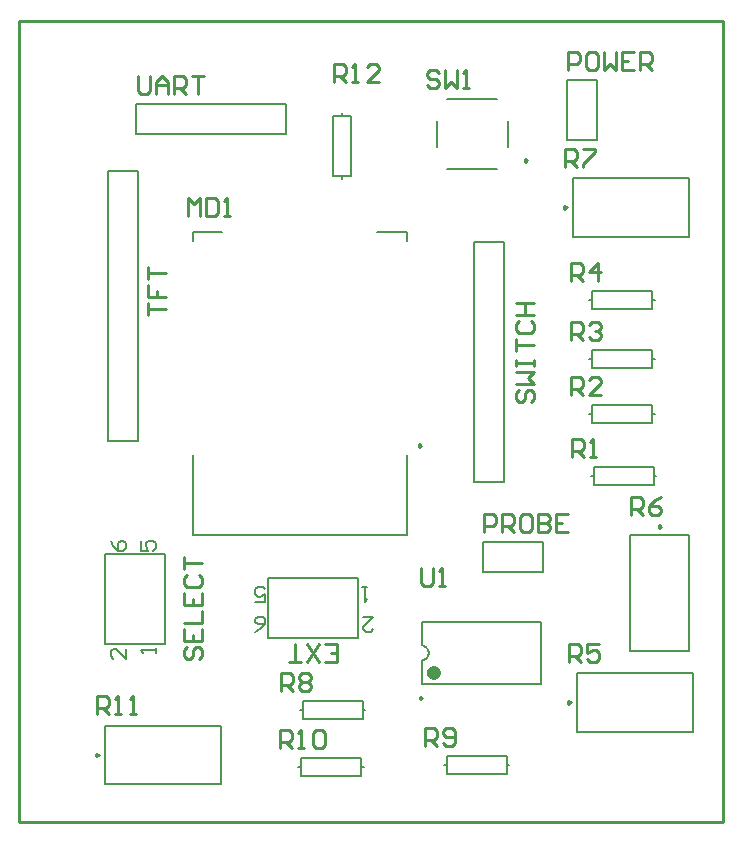
<source format=gto>
G04*
G04 #@! TF.GenerationSoftware,Altium Limited,Altium Designer,22.10.1 (41)*
G04*
G04 Layer_Color=65535*
%FSLAX25Y25*%
%MOIN*%
G70*
G04*
G04 #@! TF.SameCoordinates,1A4408B6-C678-4EC5-8732-532A1CECFF35*
G04*
G04*
G04 #@! TF.FilePolarity,Positive*
G04*
G01*
G75*
%ADD10C,0.00984*%
%ADD11C,0.00787*%
%ADD12C,0.02362*%
%ADD13C,0.00800*%
%ADD14C,0.01000*%
D10*
X417906Y395642D02*
X417167Y396068D01*
Y395216D01*
X417906Y395642D01*
X382354Y300563D02*
X381616Y300989D01*
Y300137D01*
X382354Y300563D01*
X462492Y273547D02*
X461754Y273973D01*
Y273121D01*
X462492Y273547D01*
X432288Y215000D02*
X431549Y215426D01*
Y214574D01*
X432288Y215000D01*
X430945Y380000D02*
X430207Y380426D01*
Y379574D01*
X430945Y380000D01*
X382874Y216500D02*
X382136Y216926D01*
Y216074D01*
X382874Y216500D01*
X274945Y197500D02*
X274207Y197926D01*
Y197074D01*
X274945Y197500D01*
D11*
X382618Y229000D02*
X383575Y229190D01*
X384386Y229732D01*
X384928Y230543D01*
X385118Y231500D01*
X384928Y232457D01*
X384386Y233268D01*
X383575Y233810D01*
X382618Y234000D01*
X331500Y236500D02*
Y256500D01*
X361500Y236500D02*
Y256500D01*
X331500Y236500D02*
X361500D01*
X331500Y256500D02*
X361500D01*
X331500D02*
X350667D01*
X391232Y416291D02*
X407783D01*
X391232Y392709D02*
X407783D01*
X387709Y400055D02*
Y408831D01*
X411291Y400055D02*
Y408945D01*
X277000Y264500D02*
X297000D01*
X277000Y234500D02*
X297000D01*
X277000D02*
Y264500D01*
X297000Y234500D02*
Y264500D01*
Y245333D02*
Y264500D01*
X342500Y190500D02*
Y193500D01*
Y190500D02*
X362500D01*
Y196500D01*
X342500D02*
X362500D01*
X342500Y193500D02*
Y196500D01*
X362500Y193500D02*
X363400D01*
X341600D02*
X342500D01*
X411000Y194000D02*
Y197000D01*
X391000D02*
X411000D01*
X391000Y191000D02*
Y197000D01*
Y191000D02*
X411000D01*
Y194000D01*
X390100D02*
X391000D01*
X411000D02*
X411900D01*
X400000Y368500D02*
X410000D01*
Y288500D02*
Y368500D01*
X400000Y288500D02*
X410000D01*
X400000D02*
Y368500D01*
X278000Y392000D02*
X288000D01*
Y302000D02*
Y392000D01*
X278000Y302000D02*
X288000D01*
X278000D02*
Y392000D01*
X377630Y270878D02*
Y297315D01*
Y368811D02*
Y371665D01*
X306370D02*
X316252D01*
X367748D02*
X377630D01*
X306370Y270878D02*
Y297315D01*
Y368811D02*
Y371665D01*
Y270878D02*
X377630D01*
X431000Y402500D02*
X441000D01*
X431000D02*
Y422500D01*
X441000D01*
Y402500D02*
Y422500D01*
X460000Y290500D02*
Y293500D01*
X440000D02*
X460000D01*
X440000Y287500D02*
Y293500D01*
Y287500D02*
X460000D01*
Y290500D01*
X439100D02*
X440000D01*
X460000D02*
X460900D01*
X459500Y349000D02*
Y352000D01*
X439500D02*
X459500D01*
X439500Y346000D02*
Y352000D01*
Y346000D02*
X459500D01*
Y349000D01*
X438600D02*
X439500D01*
X459500D02*
X460400D01*
X459500Y329500D02*
Y332500D01*
X439500D02*
X459500D01*
X439500Y326500D02*
Y332500D01*
Y326500D02*
X459500D01*
Y329500D01*
X438600D02*
X439500D01*
X459500D02*
X460400D01*
X459500Y311000D02*
Y314000D01*
X439500D02*
X459500D01*
X439500Y308000D02*
Y314000D01*
Y308000D02*
X459500D01*
Y311000D01*
X438600D02*
X439500D01*
X459500D02*
X460400D01*
X337500Y404500D02*
Y414500D01*
X287500Y404500D02*
X337500D01*
X287500Y414500D02*
X337500D01*
X287500Y404500D02*
Y414500D01*
X452236Y232248D02*
X471764D01*
Y270752D01*
X452236D02*
X471764D01*
X452236Y232248D02*
Y270752D01*
X473095Y205236D02*
Y224764D01*
X434591D02*
X473095D01*
X434591Y205236D02*
Y224764D01*
Y205236D02*
X473095D01*
X471752Y370236D02*
Y389764D01*
X433248D02*
X471752D01*
X433248Y370236D02*
Y389764D01*
Y370236D02*
X471752D01*
X353000Y410500D02*
X356000D01*
X353000Y390500D02*
Y410500D01*
Y390500D02*
X359000D01*
Y410500D01*
X356000D02*
X359000D01*
X356000Y389600D02*
Y390500D01*
Y410500D02*
Y411400D01*
X363000Y212500D02*
Y215500D01*
X343000D02*
X363000D01*
X343000Y209500D02*
Y215500D01*
Y209500D02*
X363000D01*
Y212500D01*
X342100D02*
X343000D01*
X363000D02*
X363900D01*
X403000Y258500D02*
Y268500D01*
X423000D01*
Y258500D02*
Y268500D01*
X403000Y258500D02*
X423000D01*
X382618Y221067D02*
X422382D01*
X382618Y241933D02*
X422382D01*
X382618Y221067D02*
Y229000D01*
Y234000D02*
Y241933D01*
X422382Y221067D02*
Y241933D01*
X315752Y187736D02*
Y207264D01*
X277248D02*
X315752D01*
X277248Y187736D02*
Y207264D01*
Y187736D02*
X315752D01*
D12*
X387736Y225004D02*
X387292Y225927D01*
X386292Y226155D01*
X385491Y225516D01*
Y224492D01*
X386292Y223852D01*
X387292Y224080D01*
X387736Y225004D01*
D13*
X327168Y238502D02*
X328834Y239335D01*
X330500Y241001D01*
Y242667D01*
X329667Y243500D01*
X328001D01*
X327168Y242667D01*
Y241834D01*
X328001Y241001D01*
X330500D01*
X327168Y248502D02*
X330500D01*
Y251001D01*
X328834Y250168D01*
X328001D01*
X327168Y251001D01*
Y252667D01*
X328001Y253500D01*
X329667D01*
X330500Y252667D01*
X363168Y243500D02*
X366500D01*
X363168Y240168D01*
Y239335D01*
X364001Y238502D01*
X365667D01*
X366500Y239335D01*
X364500Y253500D02*
X362834D01*
X363667D01*
Y248502D01*
X364500Y249335D01*
X279002Y268832D02*
X279835Y267166D01*
X281501Y265500D01*
X283167D01*
X284000Y266333D01*
Y267999D01*
X283167Y268832D01*
X282334D01*
X281501Y267999D01*
Y265500D01*
X289002Y268832D02*
Y265500D01*
X291501D01*
X290668Y267166D01*
Y267999D01*
X291501Y268832D01*
X293167D01*
X294000Y267999D01*
Y266333D01*
X293167Y265500D01*
X284000Y232832D02*
Y229500D01*
X280668Y232832D01*
X279835D01*
X279002Y231999D01*
Y230333D01*
X279835Y229500D01*
X294000Y231500D02*
Y233166D01*
Y232333D01*
X289002D01*
X289835Y231500D01*
D14*
X388299Y424798D02*
X387299Y425798D01*
X385300D01*
X384300Y424798D01*
Y423799D01*
X385300Y422799D01*
X387299D01*
X388299Y421799D01*
Y420800D01*
X387299Y419800D01*
X385300D01*
X384300Y420800D01*
X390298Y425798D02*
Y419800D01*
X392297Y421799D01*
X394297Y419800D01*
Y425798D01*
X396296Y419800D02*
X398295D01*
X397296D01*
Y425798D01*
X396296Y424798D01*
X288100Y423898D02*
Y418900D01*
X289100Y417900D01*
X291099D01*
X292099Y418900D01*
Y423898D01*
X294098Y417900D02*
Y421899D01*
X296097Y423898D01*
X298097Y421899D01*
Y417900D01*
Y420899D01*
X294098D01*
X300096Y417900D02*
Y423898D01*
X303095D01*
X304095Y422898D01*
Y420899D01*
X303095Y419899D01*
X300096D01*
X302096D02*
X304095Y417900D01*
X306094Y423898D02*
X310093D01*
X308094D01*
Y417900D01*
X382400Y259698D02*
Y254700D01*
X383400Y253700D01*
X385399D01*
X386399Y254700D01*
Y259698D01*
X388398Y253700D02*
X390397D01*
X389398D01*
Y259698D01*
X388398Y258698D01*
X291501Y344003D02*
Y348001D01*
Y346002D01*
X297499D01*
X291501Y353999D02*
Y350001D01*
X294500D01*
Y352000D01*
Y350001D01*
X297499D01*
X291501Y355999D02*
Y359997D01*
Y357998D01*
X297499D01*
X415001Y319004D02*
X414001Y318004D01*
Y316005D01*
X415001Y315005D01*
X416000D01*
X417000Y316005D01*
Y318004D01*
X418000Y319004D01*
X418999D01*
X419999Y318004D01*
Y316005D01*
X418999Y315005D01*
X414001Y321003D02*
X419999D01*
X418000Y323003D01*
X419999Y325002D01*
X414001D01*
Y327002D02*
Y329001D01*
Y328001D01*
X419999D01*
Y327002D01*
Y329001D01*
X414001Y332000D02*
Y335999D01*
Y333999D01*
X419999D01*
X415001Y341997D02*
X414001Y340997D01*
Y338998D01*
X415001Y337998D01*
X418999D01*
X419999Y338998D01*
Y340997D01*
X418999Y341997D01*
X414001Y343996D02*
X419999D01*
X417000D01*
Y347995D01*
X414001D01*
X419999D01*
X304501Y233504D02*
X303501Y232505D01*
Y230505D01*
X304501Y229505D01*
X305500D01*
X306500Y230505D01*
Y232505D01*
X307500Y233504D01*
X308499D01*
X309499Y232505D01*
Y230505D01*
X308499Y229505D01*
X303501Y239502D02*
Y235504D01*
X309499D01*
Y239502D01*
X306500Y235504D02*
Y237503D01*
X303501Y241502D02*
X309499D01*
Y245500D01*
X303501Y251498D02*
Y247500D01*
X309499D01*
Y251498D01*
X306500Y247500D02*
Y249499D01*
X304501Y257497D02*
X303501Y256497D01*
Y254497D01*
X304501Y253498D01*
X308499D01*
X309499Y254497D01*
Y256497D01*
X308499Y257497D01*
X303501Y259496D02*
Y263494D01*
Y261495D01*
X309499D01*
X353600Y421700D02*
Y427698D01*
X356599D01*
X357599Y426698D01*
Y424699D01*
X356599Y423699D01*
X353600D01*
X355599D02*
X357599Y421700D01*
X359598D02*
X361597D01*
X360598D01*
Y427698D01*
X359598Y426698D01*
X368595Y421700D02*
X364596D01*
X368595Y425699D01*
Y426698D01*
X367596Y427698D01*
X365596D01*
X364596Y426698D01*
X274500Y211100D02*
Y217098D01*
X277499D01*
X278499Y216098D01*
Y214099D01*
X277499Y213099D01*
X274500D01*
X276499D02*
X278499Y211100D01*
X280498D02*
X282497D01*
X281498D01*
Y217098D01*
X280498Y216098D01*
X285496Y211100D02*
X287496D01*
X286496D01*
Y217098D01*
X285496Y216098D01*
X335300Y199900D02*
Y205898D01*
X338299D01*
X339299Y204898D01*
Y202899D01*
X338299Y201899D01*
X335300D01*
X337299D02*
X339299Y199900D01*
X341298D02*
X343297D01*
X342298D01*
Y205898D01*
X341298Y204898D01*
X346296D02*
X347296Y205898D01*
X349295D01*
X350295Y204898D01*
Y200900D01*
X349295Y199900D01*
X347296D01*
X346296Y200900D01*
Y204898D01*
X383800Y200400D02*
Y206398D01*
X386799D01*
X387799Y205398D01*
Y203399D01*
X386799Y202399D01*
X383800D01*
X385799D02*
X387799Y200400D01*
X389798Y201400D02*
X390798Y200400D01*
X392797D01*
X393797Y201400D01*
Y205398D01*
X392797Y206398D01*
X390798D01*
X389798Y205398D01*
Y204399D01*
X390798Y203399D01*
X393797D01*
X335800Y218900D02*
Y224898D01*
X338799D01*
X339799Y223898D01*
Y221899D01*
X338799Y220899D01*
X335800D01*
X337799D02*
X339799Y218900D01*
X341798Y223898D02*
X342798Y224898D01*
X344797D01*
X345797Y223898D01*
Y222899D01*
X344797Y221899D01*
X345797Y220899D01*
Y219900D01*
X344797Y218900D01*
X342798D01*
X341798Y219900D01*
Y220899D01*
X342798Y221899D01*
X341798Y222899D01*
Y223898D01*
X342798Y221899D02*
X344797D01*
X430500Y393600D02*
Y399598D01*
X433499D01*
X434499Y398598D01*
Y396599D01*
X433499Y395599D01*
X430500D01*
X432499D02*
X434499Y393600D01*
X436498Y399598D02*
X440497D01*
Y398598D01*
X436498Y394600D01*
Y393600D01*
X452400Y277500D02*
Y283498D01*
X455399D01*
X456399Y282498D01*
Y280499D01*
X455399Y279499D01*
X452400D01*
X454399D02*
X456399Y277500D01*
X462397Y283498D02*
X460397Y282498D01*
X458398Y280499D01*
Y278500D01*
X459398Y277500D01*
X461397D01*
X462397Y278500D01*
Y279499D01*
X461397Y280499D01*
X458398D01*
X431800Y228600D02*
Y234598D01*
X434799D01*
X435799Y233598D01*
Y231599D01*
X434799Y230599D01*
X431800D01*
X433799D02*
X435799Y228600D01*
X441797Y234598D02*
X437798D01*
Y231599D01*
X439797Y232599D01*
X440797D01*
X441797Y231599D01*
Y229600D01*
X440797Y228600D01*
X438798D01*
X437798Y229600D01*
X432300Y355400D02*
Y361398D01*
X435299D01*
X436299Y360398D01*
Y358399D01*
X435299Y357399D01*
X432300D01*
X434299D02*
X436299Y355400D01*
X441297D02*
Y361398D01*
X438298Y358399D01*
X442297D01*
X432300Y335900D02*
Y341898D01*
X435299D01*
X436299Y340898D01*
Y338899D01*
X435299Y337899D01*
X432300D01*
X434299D02*
X436299Y335900D01*
X438298Y340898D02*
X439298Y341898D01*
X441297D01*
X442297Y340898D01*
Y339899D01*
X441297Y338899D01*
X440297D01*
X441297D01*
X442297Y337899D01*
Y336900D01*
X441297Y335900D01*
X439298D01*
X438298Y336900D01*
X432300Y317400D02*
Y323398D01*
X435299D01*
X436299Y322398D01*
Y320399D01*
X435299Y319399D01*
X432300D01*
X434299D02*
X436299Y317400D01*
X442297D02*
X438298D01*
X442297Y321399D01*
Y322398D01*
X441297Y323398D01*
X439298D01*
X438298Y322398D01*
X432800Y296900D02*
Y302898D01*
X435799D01*
X436799Y301898D01*
Y299899D01*
X435799Y298899D01*
X432800D01*
X434799D02*
X436799Y296900D01*
X438798D02*
X440797D01*
X439798D01*
Y302898D01*
X438798Y301898D01*
X403600Y271900D02*
Y277898D01*
X406599D01*
X407599Y276898D01*
Y274899D01*
X406599Y273899D01*
X403600D01*
X409598Y271900D02*
Y277898D01*
X412597D01*
X413597Y276898D01*
Y274899D01*
X412597Y273899D01*
X409598D01*
X411597D02*
X413597Y271900D01*
X418595Y277898D02*
X416596D01*
X415596Y276898D01*
Y272900D01*
X416596Y271900D01*
X418595D01*
X419595Y272900D01*
Y276898D01*
X418595Y277898D01*
X421594D02*
Y271900D01*
X424593D01*
X425593Y272900D01*
Y273899D01*
X424593Y274899D01*
X421594D01*
X424593D01*
X425593Y275899D01*
Y276898D01*
X424593Y277898D01*
X421594D01*
X431591D02*
X427592D01*
Y271900D01*
X431591D01*
X427592Y274899D02*
X429592D01*
X431600Y425900D02*
Y431898D01*
X434599D01*
X435599Y430898D01*
Y428899D01*
X434599Y427899D01*
X431600D01*
X440597Y431898D02*
X438598D01*
X437598Y430898D01*
Y426900D01*
X438598Y425900D01*
X440597D01*
X441597Y426900D01*
Y430898D01*
X440597Y431898D01*
X443596D02*
Y425900D01*
X445596Y427899D01*
X447595Y425900D01*
Y431898D01*
X453593D02*
X449594D01*
Y425900D01*
X453593D01*
X449594Y428899D02*
X451593D01*
X455592Y425900D02*
Y431898D01*
X458591D01*
X459591Y430898D01*
Y428899D01*
X458591Y427899D01*
X455592D01*
X457592D02*
X459591Y425900D01*
X304800Y377200D02*
Y383198D01*
X306799Y381199D01*
X308799Y383198D01*
Y377200D01*
X310798Y383198D02*
Y377200D01*
X313797D01*
X314797Y378200D01*
Y382198D01*
X313797Y383198D01*
X310798D01*
X316796Y377200D02*
X318795D01*
X317796D01*
Y383198D01*
X316796Y382198D01*
X350499Y228501D02*
X354497D01*
Y234499D01*
X350499D01*
X354497Y231500D02*
X352498D01*
X348499Y228501D02*
X344501Y234499D01*
Y228501D02*
X348499Y234499D01*
X342501Y228501D02*
X338503D01*
X340502D01*
Y234499D01*
X248500Y442000D02*
X483000D01*
Y175000D02*
Y442000D01*
X248500Y175000D02*
X483000D01*
X248500D02*
Y442000D01*
M02*

</source>
